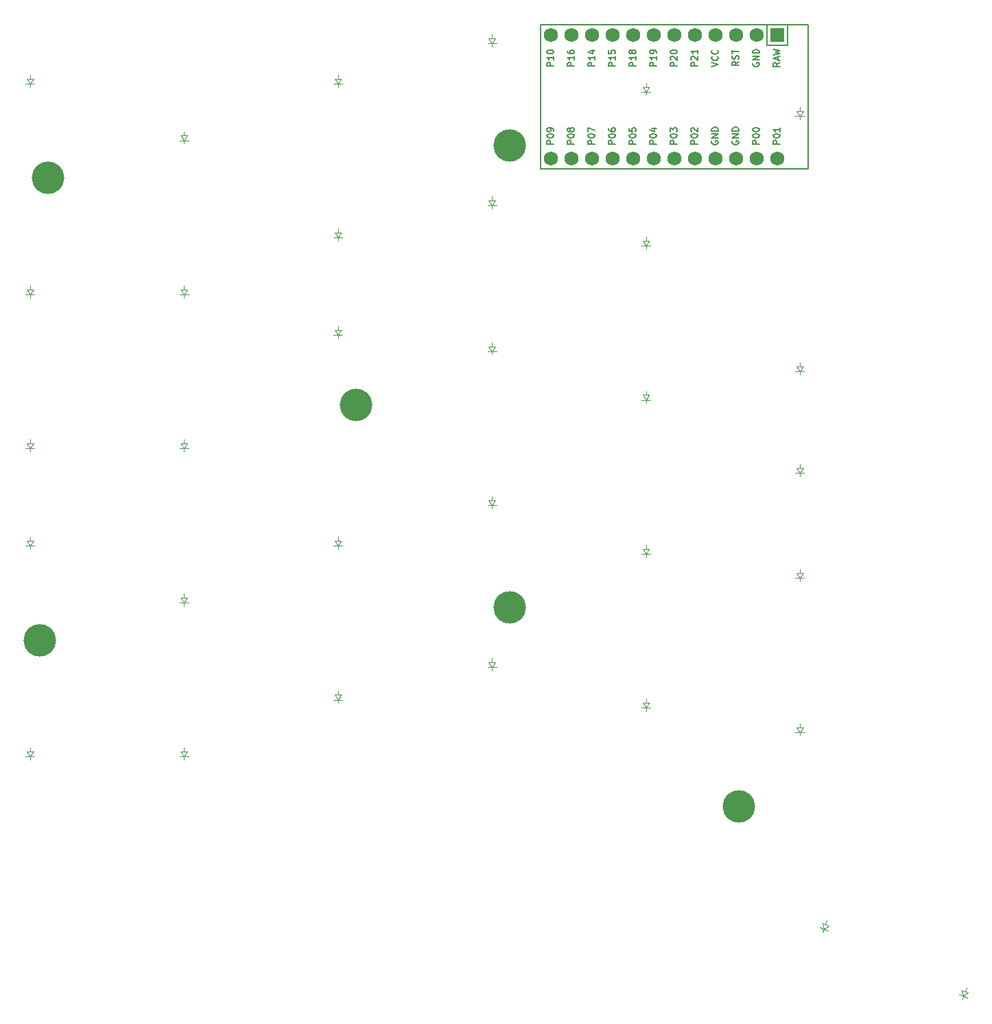
<source format=gto>
%TF.GenerationSoftware,KiCad,Pcbnew,9.0.6*%
%TF.CreationDate,2025-11-12T16:56:55+01:00*%
%TF.ProjectId,left_finished,6c656674-5f66-4696-9e69-736865642e6b,1*%
%TF.SameCoordinates,Original*%
%TF.FileFunction,Legend,Top*%
%TF.FilePolarity,Positive*%
%FSLAX46Y46*%
G04 Gerber Fmt 4.6, Leading zero omitted, Abs format (unit mm)*
G04 Created by KiCad (PCBNEW 9.0.6) date 2025-11-12 16:56:55*
%MOMM*%
%LPD*%
G01*
G04 APERTURE LIST*
%ADD10C,0.150000*%
%ADD11C,0.100000*%
%ADD12C,4.000000*%
%ADD13R,1.752600X1.752600*%
%ADD14C,1.752600*%
G04 APERTURE END LIST*
D10*
X236084345Y-102803678D02*
X235284345Y-102803678D01*
X235284345Y-102803678D02*
X235284345Y-102498916D01*
X235284345Y-102498916D02*
X235322440Y-102422726D01*
X235322440Y-102422726D02*
X235360535Y-102384631D01*
X235360535Y-102384631D02*
X235436726Y-102346535D01*
X235436726Y-102346535D02*
X235551011Y-102346535D01*
X235551011Y-102346535D02*
X235627202Y-102384631D01*
X235627202Y-102384631D02*
X235665297Y-102422726D01*
X235665297Y-102422726D02*
X235703392Y-102498916D01*
X235703392Y-102498916D02*
X235703392Y-102803678D01*
X236084345Y-101584631D02*
X236084345Y-102041774D01*
X236084345Y-101813202D02*
X235284345Y-101813202D01*
X235284345Y-101813202D02*
X235398630Y-101889393D01*
X235398630Y-101889393D02*
X235474821Y-101965583D01*
X235474821Y-101965583D02*
X235512916Y-102041774D01*
X235551011Y-100898916D02*
X236084345Y-100898916D01*
X235246250Y-101089392D02*
X235817678Y-101279869D01*
X235817678Y-101279869D02*
X235817678Y-100784630D01*
X246244345Y-112403678D02*
X245444345Y-112403678D01*
X245444345Y-112403678D02*
X245444345Y-112098916D01*
X245444345Y-112098916D02*
X245482440Y-112022726D01*
X245482440Y-112022726D02*
X245520535Y-111984631D01*
X245520535Y-111984631D02*
X245596726Y-111946535D01*
X245596726Y-111946535D02*
X245711011Y-111946535D01*
X245711011Y-111946535D02*
X245787202Y-111984631D01*
X245787202Y-111984631D02*
X245825297Y-112022726D01*
X245825297Y-112022726D02*
X245863392Y-112098916D01*
X245863392Y-112098916D02*
X245863392Y-112403678D01*
X245444345Y-111451297D02*
X245444345Y-111375107D01*
X245444345Y-111375107D02*
X245482440Y-111298916D01*
X245482440Y-111298916D02*
X245520535Y-111260821D01*
X245520535Y-111260821D02*
X245596726Y-111222726D01*
X245596726Y-111222726D02*
X245749107Y-111184631D01*
X245749107Y-111184631D02*
X245939583Y-111184631D01*
X245939583Y-111184631D02*
X246091964Y-111222726D01*
X246091964Y-111222726D02*
X246168154Y-111260821D01*
X246168154Y-111260821D02*
X246206250Y-111298916D01*
X246206250Y-111298916D02*
X246244345Y-111375107D01*
X246244345Y-111375107D02*
X246244345Y-111451297D01*
X246244345Y-111451297D02*
X246206250Y-111527488D01*
X246206250Y-111527488D02*
X246168154Y-111565583D01*
X246168154Y-111565583D02*
X246091964Y-111603678D01*
X246091964Y-111603678D02*
X245939583Y-111641774D01*
X245939583Y-111641774D02*
X245749107Y-111641774D01*
X245749107Y-111641774D02*
X245596726Y-111603678D01*
X245596726Y-111603678D02*
X245520535Y-111565583D01*
X245520535Y-111565583D02*
X245482440Y-111527488D01*
X245482440Y-111527488D02*
X245444345Y-111451297D01*
X245444345Y-110917964D02*
X245444345Y-110422726D01*
X245444345Y-110422726D02*
X245749107Y-110689392D01*
X245749107Y-110689392D02*
X245749107Y-110575107D01*
X245749107Y-110575107D02*
X245787202Y-110498916D01*
X245787202Y-110498916D02*
X245825297Y-110460821D01*
X245825297Y-110460821D02*
X245901488Y-110422726D01*
X245901488Y-110422726D02*
X246091964Y-110422726D01*
X246091964Y-110422726D02*
X246168154Y-110460821D01*
X246168154Y-110460821D02*
X246206250Y-110498916D01*
X246206250Y-110498916D02*
X246244345Y-110575107D01*
X246244345Y-110575107D02*
X246244345Y-110803678D01*
X246244345Y-110803678D02*
X246206250Y-110879869D01*
X246206250Y-110879869D02*
X246168154Y-110917964D01*
X248784345Y-112403678D02*
X247984345Y-112403678D01*
X247984345Y-112403678D02*
X247984345Y-112098916D01*
X247984345Y-112098916D02*
X248022440Y-112022726D01*
X248022440Y-112022726D02*
X248060535Y-111984631D01*
X248060535Y-111984631D02*
X248136726Y-111946535D01*
X248136726Y-111946535D02*
X248251011Y-111946535D01*
X248251011Y-111946535D02*
X248327202Y-111984631D01*
X248327202Y-111984631D02*
X248365297Y-112022726D01*
X248365297Y-112022726D02*
X248403392Y-112098916D01*
X248403392Y-112098916D02*
X248403392Y-112403678D01*
X247984345Y-111451297D02*
X247984345Y-111375107D01*
X247984345Y-111375107D02*
X248022440Y-111298916D01*
X248022440Y-111298916D02*
X248060535Y-111260821D01*
X248060535Y-111260821D02*
X248136726Y-111222726D01*
X248136726Y-111222726D02*
X248289107Y-111184631D01*
X248289107Y-111184631D02*
X248479583Y-111184631D01*
X248479583Y-111184631D02*
X248631964Y-111222726D01*
X248631964Y-111222726D02*
X248708154Y-111260821D01*
X248708154Y-111260821D02*
X248746250Y-111298916D01*
X248746250Y-111298916D02*
X248784345Y-111375107D01*
X248784345Y-111375107D02*
X248784345Y-111451297D01*
X248784345Y-111451297D02*
X248746250Y-111527488D01*
X248746250Y-111527488D02*
X248708154Y-111565583D01*
X248708154Y-111565583D02*
X248631964Y-111603678D01*
X248631964Y-111603678D02*
X248479583Y-111641774D01*
X248479583Y-111641774D02*
X248289107Y-111641774D01*
X248289107Y-111641774D02*
X248136726Y-111603678D01*
X248136726Y-111603678D02*
X248060535Y-111565583D01*
X248060535Y-111565583D02*
X248022440Y-111527488D01*
X248022440Y-111527488D02*
X247984345Y-111451297D01*
X248060535Y-110879869D02*
X248022440Y-110841773D01*
X248022440Y-110841773D02*
X247984345Y-110765583D01*
X247984345Y-110765583D02*
X247984345Y-110575107D01*
X247984345Y-110575107D02*
X248022440Y-110498916D01*
X248022440Y-110498916D02*
X248060535Y-110460821D01*
X248060535Y-110460821D02*
X248136726Y-110422726D01*
X248136726Y-110422726D02*
X248212916Y-110422726D01*
X248212916Y-110422726D02*
X248327202Y-110460821D01*
X248327202Y-110460821D02*
X248784345Y-110917964D01*
X248784345Y-110917964D02*
X248784345Y-110422726D01*
X231004345Y-102803678D02*
X230204345Y-102803678D01*
X230204345Y-102803678D02*
X230204345Y-102498916D01*
X230204345Y-102498916D02*
X230242440Y-102422726D01*
X230242440Y-102422726D02*
X230280535Y-102384631D01*
X230280535Y-102384631D02*
X230356726Y-102346535D01*
X230356726Y-102346535D02*
X230471011Y-102346535D01*
X230471011Y-102346535D02*
X230547202Y-102384631D01*
X230547202Y-102384631D02*
X230585297Y-102422726D01*
X230585297Y-102422726D02*
X230623392Y-102498916D01*
X230623392Y-102498916D02*
X230623392Y-102803678D01*
X231004345Y-101584631D02*
X231004345Y-102041774D01*
X231004345Y-101813202D02*
X230204345Y-101813202D01*
X230204345Y-101813202D02*
X230318630Y-101889393D01*
X230318630Y-101889393D02*
X230394821Y-101965583D01*
X230394821Y-101965583D02*
X230432916Y-102041774D01*
X230204345Y-101089392D02*
X230204345Y-101013202D01*
X230204345Y-101013202D02*
X230242440Y-100937011D01*
X230242440Y-100937011D02*
X230280535Y-100898916D01*
X230280535Y-100898916D02*
X230356726Y-100860821D01*
X230356726Y-100860821D02*
X230509107Y-100822726D01*
X230509107Y-100822726D02*
X230699583Y-100822726D01*
X230699583Y-100822726D02*
X230851964Y-100860821D01*
X230851964Y-100860821D02*
X230928154Y-100898916D01*
X230928154Y-100898916D02*
X230966250Y-100937011D01*
X230966250Y-100937011D02*
X231004345Y-101013202D01*
X231004345Y-101013202D02*
X231004345Y-101089392D01*
X231004345Y-101089392D02*
X230966250Y-101165583D01*
X230966250Y-101165583D02*
X230928154Y-101203678D01*
X230928154Y-101203678D02*
X230851964Y-101241773D01*
X230851964Y-101241773D02*
X230699583Y-101279869D01*
X230699583Y-101279869D02*
X230509107Y-101279869D01*
X230509107Y-101279869D02*
X230356726Y-101241773D01*
X230356726Y-101241773D02*
X230280535Y-101203678D01*
X230280535Y-101203678D02*
X230242440Y-101165583D01*
X230242440Y-101165583D02*
X230204345Y-101089392D01*
X258944345Y-102384630D02*
X258563392Y-102651297D01*
X258944345Y-102841773D02*
X258144345Y-102841773D01*
X258144345Y-102841773D02*
X258144345Y-102537011D01*
X258144345Y-102537011D02*
X258182440Y-102460821D01*
X258182440Y-102460821D02*
X258220535Y-102422726D01*
X258220535Y-102422726D02*
X258296726Y-102384630D01*
X258296726Y-102384630D02*
X258411011Y-102384630D01*
X258411011Y-102384630D02*
X258487202Y-102422726D01*
X258487202Y-102422726D02*
X258525297Y-102460821D01*
X258525297Y-102460821D02*
X258563392Y-102537011D01*
X258563392Y-102537011D02*
X258563392Y-102841773D01*
X258715773Y-102079869D02*
X258715773Y-101698916D01*
X258944345Y-102156059D02*
X258144345Y-101889392D01*
X258144345Y-101889392D02*
X258944345Y-101622726D01*
X258144345Y-101432250D02*
X258944345Y-101241774D01*
X258944345Y-101241774D02*
X258372916Y-101089393D01*
X258372916Y-101089393D02*
X258944345Y-100937012D01*
X258944345Y-100937012D02*
X258144345Y-100746536D01*
X231004345Y-112403678D02*
X230204345Y-112403678D01*
X230204345Y-112403678D02*
X230204345Y-112098916D01*
X230204345Y-112098916D02*
X230242440Y-112022726D01*
X230242440Y-112022726D02*
X230280535Y-111984631D01*
X230280535Y-111984631D02*
X230356726Y-111946535D01*
X230356726Y-111946535D02*
X230471011Y-111946535D01*
X230471011Y-111946535D02*
X230547202Y-111984631D01*
X230547202Y-111984631D02*
X230585297Y-112022726D01*
X230585297Y-112022726D02*
X230623392Y-112098916D01*
X230623392Y-112098916D02*
X230623392Y-112403678D01*
X230204345Y-111451297D02*
X230204345Y-111375107D01*
X230204345Y-111375107D02*
X230242440Y-111298916D01*
X230242440Y-111298916D02*
X230280535Y-111260821D01*
X230280535Y-111260821D02*
X230356726Y-111222726D01*
X230356726Y-111222726D02*
X230509107Y-111184631D01*
X230509107Y-111184631D02*
X230699583Y-111184631D01*
X230699583Y-111184631D02*
X230851964Y-111222726D01*
X230851964Y-111222726D02*
X230928154Y-111260821D01*
X230928154Y-111260821D02*
X230966250Y-111298916D01*
X230966250Y-111298916D02*
X231004345Y-111375107D01*
X231004345Y-111375107D02*
X231004345Y-111451297D01*
X231004345Y-111451297D02*
X230966250Y-111527488D01*
X230966250Y-111527488D02*
X230928154Y-111565583D01*
X230928154Y-111565583D02*
X230851964Y-111603678D01*
X230851964Y-111603678D02*
X230699583Y-111641774D01*
X230699583Y-111641774D02*
X230509107Y-111641774D01*
X230509107Y-111641774D02*
X230356726Y-111603678D01*
X230356726Y-111603678D02*
X230280535Y-111565583D01*
X230280535Y-111565583D02*
X230242440Y-111527488D01*
X230242440Y-111527488D02*
X230204345Y-111451297D01*
X231004345Y-110803678D02*
X231004345Y-110651297D01*
X231004345Y-110651297D02*
X230966250Y-110575107D01*
X230966250Y-110575107D02*
X230928154Y-110537011D01*
X230928154Y-110537011D02*
X230813869Y-110460821D01*
X230813869Y-110460821D02*
X230661488Y-110422726D01*
X230661488Y-110422726D02*
X230356726Y-110422726D01*
X230356726Y-110422726D02*
X230280535Y-110460821D01*
X230280535Y-110460821D02*
X230242440Y-110498916D01*
X230242440Y-110498916D02*
X230204345Y-110575107D01*
X230204345Y-110575107D02*
X230204345Y-110727488D01*
X230204345Y-110727488D02*
X230242440Y-110803678D01*
X230242440Y-110803678D02*
X230280535Y-110841773D01*
X230280535Y-110841773D02*
X230356726Y-110879869D01*
X230356726Y-110879869D02*
X230547202Y-110879869D01*
X230547202Y-110879869D02*
X230623392Y-110841773D01*
X230623392Y-110841773D02*
X230661488Y-110803678D01*
X230661488Y-110803678D02*
X230699583Y-110727488D01*
X230699583Y-110727488D02*
X230699583Y-110575107D01*
X230699583Y-110575107D02*
X230661488Y-110498916D01*
X230661488Y-110498916D02*
X230623392Y-110460821D01*
X230623392Y-110460821D02*
X230547202Y-110422726D01*
X258944345Y-112403678D02*
X258144345Y-112403678D01*
X258144345Y-112403678D02*
X258144345Y-112098916D01*
X258144345Y-112098916D02*
X258182440Y-112022726D01*
X258182440Y-112022726D02*
X258220535Y-111984631D01*
X258220535Y-111984631D02*
X258296726Y-111946535D01*
X258296726Y-111946535D02*
X258411011Y-111946535D01*
X258411011Y-111946535D02*
X258487202Y-111984631D01*
X258487202Y-111984631D02*
X258525297Y-112022726D01*
X258525297Y-112022726D02*
X258563392Y-112098916D01*
X258563392Y-112098916D02*
X258563392Y-112403678D01*
X258144345Y-111451297D02*
X258144345Y-111375107D01*
X258144345Y-111375107D02*
X258182440Y-111298916D01*
X258182440Y-111298916D02*
X258220535Y-111260821D01*
X258220535Y-111260821D02*
X258296726Y-111222726D01*
X258296726Y-111222726D02*
X258449107Y-111184631D01*
X258449107Y-111184631D02*
X258639583Y-111184631D01*
X258639583Y-111184631D02*
X258791964Y-111222726D01*
X258791964Y-111222726D02*
X258868154Y-111260821D01*
X258868154Y-111260821D02*
X258906250Y-111298916D01*
X258906250Y-111298916D02*
X258944345Y-111375107D01*
X258944345Y-111375107D02*
X258944345Y-111451297D01*
X258944345Y-111451297D02*
X258906250Y-111527488D01*
X258906250Y-111527488D02*
X258868154Y-111565583D01*
X258868154Y-111565583D02*
X258791964Y-111603678D01*
X258791964Y-111603678D02*
X258639583Y-111641774D01*
X258639583Y-111641774D02*
X258449107Y-111641774D01*
X258449107Y-111641774D02*
X258296726Y-111603678D01*
X258296726Y-111603678D02*
X258220535Y-111565583D01*
X258220535Y-111565583D02*
X258182440Y-111527488D01*
X258182440Y-111527488D02*
X258144345Y-111451297D01*
X258944345Y-110422726D02*
X258944345Y-110879869D01*
X258944345Y-110651297D02*
X258144345Y-110651297D01*
X258144345Y-110651297D02*
X258258630Y-110727488D01*
X258258630Y-110727488D02*
X258334821Y-110803678D01*
X258334821Y-110803678D02*
X258372916Y-110879869D01*
X255642440Y-102441773D02*
X255604345Y-102517963D01*
X255604345Y-102517963D02*
X255604345Y-102632249D01*
X255604345Y-102632249D02*
X255642440Y-102746535D01*
X255642440Y-102746535D02*
X255718630Y-102822725D01*
X255718630Y-102822725D02*
X255794821Y-102860820D01*
X255794821Y-102860820D02*
X255947202Y-102898916D01*
X255947202Y-102898916D02*
X256061488Y-102898916D01*
X256061488Y-102898916D02*
X256213869Y-102860820D01*
X256213869Y-102860820D02*
X256290059Y-102822725D01*
X256290059Y-102822725D02*
X256366250Y-102746535D01*
X256366250Y-102746535D02*
X256404345Y-102632249D01*
X256404345Y-102632249D02*
X256404345Y-102556058D01*
X256404345Y-102556058D02*
X256366250Y-102441773D01*
X256366250Y-102441773D02*
X256328154Y-102403677D01*
X256328154Y-102403677D02*
X256061488Y-102403677D01*
X256061488Y-102403677D02*
X256061488Y-102556058D01*
X256404345Y-102060820D02*
X255604345Y-102060820D01*
X255604345Y-102060820D02*
X256404345Y-101603677D01*
X256404345Y-101603677D02*
X255604345Y-101603677D01*
X256404345Y-101222725D02*
X255604345Y-101222725D01*
X255604345Y-101222725D02*
X255604345Y-101032249D01*
X255604345Y-101032249D02*
X255642440Y-100917963D01*
X255642440Y-100917963D02*
X255718630Y-100841773D01*
X255718630Y-100841773D02*
X255794821Y-100803678D01*
X255794821Y-100803678D02*
X255947202Y-100765582D01*
X255947202Y-100765582D02*
X256061488Y-100765582D01*
X256061488Y-100765582D02*
X256213869Y-100803678D01*
X256213869Y-100803678D02*
X256290059Y-100841773D01*
X256290059Y-100841773D02*
X256366250Y-100917963D01*
X256366250Y-100917963D02*
X256404345Y-101032249D01*
X256404345Y-101032249D02*
X256404345Y-101222725D01*
X241164345Y-112403678D02*
X240364345Y-112403678D01*
X240364345Y-112403678D02*
X240364345Y-112098916D01*
X240364345Y-112098916D02*
X240402440Y-112022726D01*
X240402440Y-112022726D02*
X240440535Y-111984631D01*
X240440535Y-111984631D02*
X240516726Y-111946535D01*
X240516726Y-111946535D02*
X240631011Y-111946535D01*
X240631011Y-111946535D02*
X240707202Y-111984631D01*
X240707202Y-111984631D02*
X240745297Y-112022726D01*
X240745297Y-112022726D02*
X240783392Y-112098916D01*
X240783392Y-112098916D02*
X240783392Y-112403678D01*
X240364345Y-111451297D02*
X240364345Y-111375107D01*
X240364345Y-111375107D02*
X240402440Y-111298916D01*
X240402440Y-111298916D02*
X240440535Y-111260821D01*
X240440535Y-111260821D02*
X240516726Y-111222726D01*
X240516726Y-111222726D02*
X240669107Y-111184631D01*
X240669107Y-111184631D02*
X240859583Y-111184631D01*
X240859583Y-111184631D02*
X241011964Y-111222726D01*
X241011964Y-111222726D02*
X241088154Y-111260821D01*
X241088154Y-111260821D02*
X241126250Y-111298916D01*
X241126250Y-111298916D02*
X241164345Y-111375107D01*
X241164345Y-111375107D02*
X241164345Y-111451297D01*
X241164345Y-111451297D02*
X241126250Y-111527488D01*
X241126250Y-111527488D02*
X241088154Y-111565583D01*
X241088154Y-111565583D02*
X241011964Y-111603678D01*
X241011964Y-111603678D02*
X240859583Y-111641774D01*
X240859583Y-111641774D02*
X240669107Y-111641774D01*
X240669107Y-111641774D02*
X240516726Y-111603678D01*
X240516726Y-111603678D02*
X240440535Y-111565583D01*
X240440535Y-111565583D02*
X240402440Y-111527488D01*
X240402440Y-111527488D02*
X240364345Y-111451297D01*
X240364345Y-110460821D02*
X240364345Y-110841773D01*
X240364345Y-110841773D02*
X240745297Y-110879869D01*
X240745297Y-110879869D02*
X240707202Y-110841773D01*
X240707202Y-110841773D02*
X240669107Y-110765583D01*
X240669107Y-110765583D02*
X240669107Y-110575107D01*
X240669107Y-110575107D02*
X240707202Y-110498916D01*
X240707202Y-110498916D02*
X240745297Y-110460821D01*
X240745297Y-110460821D02*
X240821488Y-110422726D01*
X240821488Y-110422726D02*
X241011964Y-110422726D01*
X241011964Y-110422726D02*
X241088154Y-110460821D01*
X241088154Y-110460821D02*
X241126250Y-110498916D01*
X241126250Y-110498916D02*
X241164345Y-110575107D01*
X241164345Y-110575107D02*
X241164345Y-110765583D01*
X241164345Y-110765583D02*
X241126250Y-110841773D01*
X241126250Y-110841773D02*
X241088154Y-110879869D01*
X253102440Y-112041773D02*
X253064345Y-112117963D01*
X253064345Y-112117963D02*
X253064345Y-112232249D01*
X253064345Y-112232249D02*
X253102440Y-112346535D01*
X253102440Y-112346535D02*
X253178630Y-112422725D01*
X253178630Y-112422725D02*
X253254821Y-112460820D01*
X253254821Y-112460820D02*
X253407202Y-112498916D01*
X253407202Y-112498916D02*
X253521488Y-112498916D01*
X253521488Y-112498916D02*
X253673869Y-112460820D01*
X253673869Y-112460820D02*
X253750059Y-112422725D01*
X253750059Y-112422725D02*
X253826250Y-112346535D01*
X253826250Y-112346535D02*
X253864345Y-112232249D01*
X253864345Y-112232249D02*
X253864345Y-112156058D01*
X253864345Y-112156058D02*
X253826250Y-112041773D01*
X253826250Y-112041773D02*
X253788154Y-112003677D01*
X253788154Y-112003677D02*
X253521488Y-112003677D01*
X253521488Y-112003677D02*
X253521488Y-112156058D01*
X253864345Y-111660820D02*
X253064345Y-111660820D01*
X253064345Y-111660820D02*
X253864345Y-111203677D01*
X253864345Y-111203677D02*
X253064345Y-111203677D01*
X253864345Y-110822725D02*
X253064345Y-110822725D01*
X253064345Y-110822725D02*
X253064345Y-110632249D01*
X253064345Y-110632249D02*
X253102440Y-110517963D01*
X253102440Y-110517963D02*
X253178630Y-110441773D01*
X253178630Y-110441773D02*
X253254821Y-110403678D01*
X253254821Y-110403678D02*
X253407202Y-110365582D01*
X253407202Y-110365582D02*
X253521488Y-110365582D01*
X253521488Y-110365582D02*
X253673869Y-110403678D01*
X253673869Y-110403678D02*
X253750059Y-110441773D01*
X253750059Y-110441773D02*
X253826250Y-110517963D01*
X253826250Y-110517963D02*
X253864345Y-110632249D01*
X253864345Y-110632249D02*
X253864345Y-110822725D01*
X246244345Y-102803678D02*
X245444345Y-102803678D01*
X245444345Y-102803678D02*
X245444345Y-102498916D01*
X245444345Y-102498916D02*
X245482440Y-102422726D01*
X245482440Y-102422726D02*
X245520535Y-102384631D01*
X245520535Y-102384631D02*
X245596726Y-102346535D01*
X245596726Y-102346535D02*
X245711011Y-102346535D01*
X245711011Y-102346535D02*
X245787202Y-102384631D01*
X245787202Y-102384631D02*
X245825297Y-102422726D01*
X245825297Y-102422726D02*
X245863392Y-102498916D01*
X245863392Y-102498916D02*
X245863392Y-102803678D01*
X245520535Y-102041774D02*
X245482440Y-102003678D01*
X245482440Y-102003678D02*
X245444345Y-101927488D01*
X245444345Y-101927488D02*
X245444345Y-101737012D01*
X245444345Y-101737012D02*
X245482440Y-101660821D01*
X245482440Y-101660821D02*
X245520535Y-101622726D01*
X245520535Y-101622726D02*
X245596726Y-101584631D01*
X245596726Y-101584631D02*
X245672916Y-101584631D01*
X245672916Y-101584631D02*
X245787202Y-101622726D01*
X245787202Y-101622726D02*
X246244345Y-102079869D01*
X246244345Y-102079869D02*
X246244345Y-101584631D01*
X245444345Y-101089392D02*
X245444345Y-101013202D01*
X245444345Y-101013202D02*
X245482440Y-100937011D01*
X245482440Y-100937011D02*
X245520535Y-100898916D01*
X245520535Y-100898916D02*
X245596726Y-100860821D01*
X245596726Y-100860821D02*
X245749107Y-100822726D01*
X245749107Y-100822726D02*
X245939583Y-100822726D01*
X245939583Y-100822726D02*
X246091964Y-100860821D01*
X246091964Y-100860821D02*
X246168154Y-100898916D01*
X246168154Y-100898916D02*
X246206250Y-100937011D01*
X246206250Y-100937011D02*
X246244345Y-101013202D01*
X246244345Y-101013202D02*
X246244345Y-101089392D01*
X246244345Y-101089392D02*
X246206250Y-101165583D01*
X246206250Y-101165583D02*
X246168154Y-101203678D01*
X246168154Y-101203678D02*
X246091964Y-101241773D01*
X246091964Y-101241773D02*
X245939583Y-101279869D01*
X245939583Y-101279869D02*
X245749107Y-101279869D01*
X245749107Y-101279869D02*
X245596726Y-101241773D01*
X245596726Y-101241773D02*
X245520535Y-101203678D01*
X245520535Y-101203678D02*
X245482440Y-101165583D01*
X245482440Y-101165583D02*
X245444345Y-101089392D01*
X243704345Y-112403678D02*
X242904345Y-112403678D01*
X242904345Y-112403678D02*
X242904345Y-112098916D01*
X242904345Y-112098916D02*
X242942440Y-112022726D01*
X242942440Y-112022726D02*
X242980535Y-111984631D01*
X242980535Y-111984631D02*
X243056726Y-111946535D01*
X243056726Y-111946535D02*
X243171011Y-111946535D01*
X243171011Y-111946535D02*
X243247202Y-111984631D01*
X243247202Y-111984631D02*
X243285297Y-112022726D01*
X243285297Y-112022726D02*
X243323392Y-112098916D01*
X243323392Y-112098916D02*
X243323392Y-112403678D01*
X242904345Y-111451297D02*
X242904345Y-111375107D01*
X242904345Y-111375107D02*
X242942440Y-111298916D01*
X242942440Y-111298916D02*
X242980535Y-111260821D01*
X242980535Y-111260821D02*
X243056726Y-111222726D01*
X243056726Y-111222726D02*
X243209107Y-111184631D01*
X243209107Y-111184631D02*
X243399583Y-111184631D01*
X243399583Y-111184631D02*
X243551964Y-111222726D01*
X243551964Y-111222726D02*
X243628154Y-111260821D01*
X243628154Y-111260821D02*
X243666250Y-111298916D01*
X243666250Y-111298916D02*
X243704345Y-111375107D01*
X243704345Y-111375107D02*
X243704345Y-111451297D01*
X243704345Y-111451297D02*
X243666250Y-111527488D01*
X243666250Y-111527488D02*
X243628154Y-111565583D01*
X243628154Y-111565583D02*
X243551964Y-111603678D01*
X243551964Y-111603678D02*
X243399583Y-111641774D01*
X243399583Y-111641774D02*
X243209107Y-111641774D01*
X243209107Y-111641774D02*
X243056726Y-111603678D01*
X243056726Y-111603678D02*
X242980535Y-111565583D01*
X242980535Y-111565583D02*
X242942440Y-111527488D01*
X242942440Y-111527488D02*
X242904345Y-111451297D01*
X243171011Y-110498916D02*
X243704345Y-110498916D01*
X242866250Y-110689392D02*
X243437678Y-110879869D01*
X243437678Y-110879869D02*
X243437678Y-110384630D01*
X243704345Y-102803678D02*
X242904345Y-102803678D01*
X242904345Y-102803678D02*
X242904345Y-102498916D01*
X242904345Y-102498916D02*
X242942440Y-102422726D01*
X242942440Y-102422726D02*
X242980535Y-102384631D01*
X242980535Y-102384631D02*
X243056726Y-102346535D01*
X243056726Y-102346535D02*
X243171011Y-102346535D01*
X243171011Y-102346535D02*
X243247202Y-102384631D01*
X243247202Y-102384631D02*
X243285297Y-102422726D01*
X243285297Y-102422726D02*
X243323392Y-102498916D01*
X243323392Y-102498916D02*
X243323392Y-102803678D01*
X243704345Y-101584631D02*
X243704345Y-102041774D01*
X243704345Y-101813202D02*
X242904345Y-101813202D01*
X242904345Y-101813202D02*
X243018630Y-101889393D01*
X243018630Y-101889393D02*
X243094821Y-101965583D01*
X243094821Y-101965583D02*
X243132916Y-102041774D01*
X243704345Y-101203678D02*
X243704345Y-101051297D01*
X243704345Y-101051297D02*
X243666250Y-100975107D01*
X243666250Y-100975107D02*
X243628154Y-100937011D01*
X243628154Y-100937011D02*
X243513869Y-100860821D01*
X243513869Y-100860821D02*
X243361488Y-100822726D01*
X243361488Y-100822726D02*
X243056726Y-100822726D01*
X243056726Y-100822726D02*
X242980535Y-100860821D01*
X242980535Y-100860821D02*
X242942440Y-100898916D01*
X242942440Y-100898916D02*
X242904345Y-100975107D01*
X242904345Y-100975107D02*
X242904345Y-101127488D01*
X242904345Y-101127488D02*
X242942440Y-101203678D01*
X242942440Y-101203678D02*
X242980535Y-101241773D01*
X242980535Y-101241773D02*
X243056726Y-101279869D01*
X243056726Y-101279869D02*
X243247202Y-101279869D01*
X243247202Y-101279869D02*
X243323392Y-101241773D01*
X243323392Y-101241773D02*
X243361488Y-101203678D01*
X243361488Y-101203678D02*
X243399583Y-101127488D01*
X243399583Y-101127488D02*
X243399583Y-100975107D01*
X243399583Y-100975107D02*
X243361488Y-100898916D01*
X243361488Y-100898916D02*
X243323392Y-100860821D01*
X243323392Y-100860821D02*
X243247202Y-100822726D01*
X238624345Y-112403678D02*
X237824345Y-112403678D01*
X237824345Y-112403678D02*
X237824345Y-112098916D01*
X237824345Y-112098916D02*
X237862440Y-112022726D01*
X237862440Y-112022726D02*
X237900535Y-111984631D01*
X237900535Y-111984631D02*
X237976726Y-111946535D01*
X237976726Y-111946535D02*
X238091011Y-111946535D01*
X238091011Y-111946535D02*
X238167202Y-111984631D01*
X238167202Y-111984631D02*
X238205297Y-112022726D01*
X238205297Y-112022726D02*
X238243392Y-112098916D01*
X238243392Y-112098916D02*
X238243392Y-112403678D01*
X237824345Y-111451297D02*
X237824345Y-111375107D01*
X237824345Y-111375107D02*
X237862440Y-111298916D01*
X237862440Y-111298916D02*
X237900535Y-111260821D01*
X237900535Y-111260821D02*
X237976726Y-111222726D01*
X237976726Y-111222726D02*
X238129107Y-111184631D01*
X238129107Y-111184631D02*
X238319583Y-111184631D01*
X238319583Y-111184631D02*
X238471964Y-111222726D01*
X238471964Y-111222726D02*
X238548154Y-111260821D01*
X238548154Y-111260821D02*
X238586250Y-111298916D01*
X238586250Y-111298916D02*
X238624345Y-111375107D01*
X238624345Y-111375107D02*
X238624345Y-111451297D01*
X238624345Y-111451297D02*
X238586250Y-111527488D01*
X238586250Y-111527488D02*
X238548154Y-111565583D01*
X238548154Y-111565583D02*
X238471964Y-111603678D01*
X238471964Y-111603678D02*
X238319583Y-111641774D01*
X238319583Y-111641774D02*
X238129107Y-111641774D01*
X238129107Y-111641774D02*
X237976726Y-111603678D01*
X237976726Y-111603678D02*
X237900535Y-111565583D01*
X237900535Y-111565583D02*
X237862440Y-111527488D01*
X237862440Y-111527488D02*
X237824345Y-111451297D01*
X237824345Y-110498916D02*
X237824345Y-110651297D01*
X237824345Y-110651297D02*
X237862440Y-110727488D01*
X237862440Y-110727488D02*
X237900535Y-110765583D01*
X237900535Y-110765583D02*
X238014821Y-110841773D01*
X238014821Y-110841773D02*
X238167202Y-110879869D01*
X238167202Y-110879869D02*
X238471964Y-110879869D01*
X238471964Y-110879869D02*
X238548154Y-110841773D01*
X238548154Y-110841773D02*
X238586250Y-110803678D01*
X238586250Y-110803678D02*
X238624345Y-110727488D01*
X238624345Y-110727488D02*
X238624345Y-110575107D01*
X238624345Y-110575107D02*
X238586250Y-110498916D01*
X238586250Y-110498916D02*
X238548154Y-110460821D01*
X238548154Y-110460821D02*
X238471964Y-110422726D01*
X238471964Y-110422726D02*
X238281488Y-110422726D01*
X238281488Y-110422726D02*
X238205297Y-110460821D01*
X238205297Y-110460821D02*
X238167202Y-110498916D01*
X238167202Y-110498916D02*
X238129107Y-110575107D01*
X238129107Y-110575107D02*
X238129107Y-110727488D01*
X238129107Y-110727488D02*
X238167202Y-110803678D01*
X238167202Y-110803678D02*
X238205297Y-110841773D01*
X238205297Y-110841773D02*
X238281488Y-110879869D01*
X256404345Y-112403678D02*
X255604345Y-112403678D01*
X255604345Y-112403678D02*
X255604345Y-112098916D01*
X255604345Y-112098916D02*
X255642440Y-112022726D01*
X255642440Y-112022726D02*
X255680535Y-111984631D01*
X255680535Y-111984631D02*
X255756726Y-111946535D01*
X255756726Y-111946535D02*
X255871011Y-111946535D01*
X255871011Y-111946535D02*
X255947202Y-111984631D01*
X255947202Y-111984631D02*
X255985297Y-112022726D01*
X255985297Y-112022726D02*
X256023392Y-112098916D01*
X256023392Y-112098916D02*
X256023392Y-112403678D01*
X255604345Y-111451297D02*
X255604345Y-111375107D01*
X255604345Y-111375107D02*
X255642440Y-111298916D01*
X255642440Y-111298916D02*
X255680535Y-111260821D01*
X255680535Y-111260821D02*
X255756726Y-111222726D01*
X255756726Y-111222726D02*
X255909107Y-111184631D01*
X255909107Y-111184631D02*
X256099583Y-111184631D01*
X256099583Y-111184631D02*
X256251964Y-111222726D01*
X256251964Y-111222726D02*
X256328154Y-111260821D01*
X256328154Y-111260821D02*
X256366250Y-111298916D01*
X256366250Y-111298916D02*
X256404345Y-111375107D01*
X256404345Y-111375107D02*
X256404345Y-111451297D01*
X256404345Y-111451297D02*
X256366250Y-111527488D01*
X256366250Y-111527488D02*
X256328154Y-111565583D01*
X256328154Y-111565583D02*
X256251964Y-111603678D01*
X256251964Y-111603678D02*
X256099583Y-111641774D01*
X256099583Y-111641774D02*
X255909107Y-111641774D01*
X255909107Y-111641774D02*
X255756726Y-111603678D01*
X255756726Y-111603678D02*
X255680535Y-111565583D01*
X255680535Y-111565583D02*
X255642440Y-111527488D01*
X255642440Y-111527488D02*
X255604345Y-111451297D01*
X255604345Y-110689392D02*
X255604345Y-110613202D01*
X255604345Y-110613202D02*
X255642440Y-110537011D01*
X255642440Y-110537011D02*
X255680535Y-110498916D01*
X255680535Y-110498916D02*
X255756726Y-110460821D01*
X255756726Y-110460821D02*
X255909107Y-110422726D01*
X255909107Y-110422726D02*
X256099583Y-110422726D01*
X256099583Y-110422726D02*
X256251964Y-110460821D01*
X256251964Y-110460821D02*
X256328154Y-110498916D01*
X256328154Y-110498916D02*
X256366250Y-110537011D01*
X256366250Y-110537011D02*
X256404345Y-110613202D01*
X256404345Y-110613202D02*
X256404345Y-110689392D01*
X256404345Y-110689392D02*
X256366250Y-110765583D01*
X256366250Y-110765583D02*
X256328154Y-110803678D01*
X256328154Y-110803678D02*
X256251964Y-110841773D01*
X256251964Y-110841773D02*
X256099583Y-110879869D01*
X256099583Y-110879869D02*
X255909107Y-110879869D01*
X255909107Y-110879869D02*
X255756726Y-110841773D01*
X255756726Y-110841773D02*
X255680535Y-110803678D01*
X255680535Y-110803678D02*
X255642440Y-110765583D01*
X255642440Y-110765583D02*
X255604345Y-110689392D01*
X241164345Y-102803678D02*
X240364345Y-102803678D01*
X240364345Y-102803678D02*
X240364345Y-102498916D01*
X240364345Y-102498916D02*
X240402440Y-102422726D01*
X240402440Y-102422726D02*
X240440535Y-102384631D01*
X240440535Y-102384631D02*
X240516726Y-102346535D01*
X240516726Y-102346535D02*
X240631011Y-102346535D01*
X240631011Y-102346535D02*
X240707202Y-102384631D01*
X240707202Y-102384631D02*
X240745297Y-102422726D01*
X240745297Y-102422726D02*
X240783392Y-102498916D01*
X240783392Y-102498916D02*
X240783392Y-102803678D01*
X241164345Y-101584631D02*
X241164345Y-102041774D01*
X241164345Y-101813202D02*
X240364345Y-101813202D01*
X240364345Y-101813202D02*
X240478630Y-101889393D01*
X240478630Y-101889393D02*
X240554821Y-101965583D01*
X240554821Y-101965583D02*
X240592916Y-102041774D01*
X240707202Y-101127488D02*
X240669107Y-101203678D01*
X240669107Y-101203678D02*
X240631011Y-101241773D01*
X240631011Y-101241773D02*
X240554821Y-101279869D01*
X240554821Y-101279869D02*
X240516726Y-101279869D01*
X240516726Y-101279869D02*
X240440535Y-101241773D01*
X240440535Y-101241773D02*
X240402440Y-101203678D01*
X240402440Y-101203678D02*
X240364345Y-101127488D01*
X240364345Y-101127488D02*
X240364345Y-100975107D01*
X240364345Y-100975107D02*
X240402440Y-100898916D01*
X240402440Y-100898916D02*
X240440535Y-100860821D01*
X240440535Y-100860821D02*
X240516726Y-100822726D01*
X240516726Y-100822726D02*
X240554821Y-100822726D01*
X240554821Y-100822726D02*
X240631011Y-100860821D01*
X240631011Y-100860821D02*
X240669107Y-100898916D01*
X240669107Y-100898916D02*
X240707202Y-100975107D01*
X240707202Y-100975107D02*
X240707202Y-101127488D01*
X240707202Y-101127488D02*
X240745297Y-101203678D01*
X240745297Y-101203678D02*
X240783392Y-101241773D01*
X240783392Y-101241773D02*
X240859583Y-101279869D01*
X240859583Y-101279869D02*
X241011964Y-101279869D01*
X241011964Y-101279869D02*
X241088154Y-101241773D01*
X241088154Y-101241773D02*
X241126250Y-101203678D01*
X241126250Y-101203678D02*
X241164345Y-101127488D01*
X241164345Y-101127488D02*
X241164345Y-100975107D01*
X241164345Y-100975107D02*
X241126250Y-100898916D01*
X241126250Y-100898916D02*
X241088154Y-100860821D01*
X241088154Y-100860821D02*
X241011964Y-100822726D01*
X241011964Y-100822726D02*
X240859583Y-100822726D01*
X240859583Y-100822726D02*
X240783392Y-100860821D01*
X240783392Y-100860821D02*
X240745297Y-100898916D01*
X240745297Y-100898916D02*
X240707202Y-100975107D01*
X250562440Y-112041773D02*
X250524345Y-112117963D01*
X250524345Y-112117963D02*
X250524345Y-112232249D01*
X250524345Y-112232249D02*
X250562440Y-112346535D01*
X250562440Y-112346535D02*
X250638630Y-112422725D01*
X250638630Y-112422725D02*
X250714821Y-112460820D01*
X250714821Y-112460820D02*
X250867202Y-112498916D01*
X250867202Y-112498916D02*
X250981488Y-112498916D01*
X250981488Y-112498916D02*
X251133869Y-112460820D01*
X251133869Y-112460820D02*
X251210059Y-112422725D01*
X251210059Y-112422725D02*
X251286250Y-112346535D01*
X251286250Y-112346535D02*
X251324345Y-112232249D01*
X251324345Y-112232249D02*
X251324345Y-112156058D01*
X251324345Y-112156058D02*
X251286250Y-112041773D01*
X251286250Y-112041773D02*
X251248154Y-112003677D01*
X251248154Y-112003677D02*
X250981488Y-112003677D01*
X250981488Y-112003677D02*
X250981488Y-112156058D01*
X251324345Y-111660820D02*
X250524345Y-111660820D01*
X250524345Y-111660820D02*
X251324345Y-111203677D01*
X251324345Y-111203677D02*
X250524345Y-111203677D01*
X251324345Y-110822725D02*
X250524345Y-110822725D01*
X250524345Y-110822725D02*
X250524345Y-110632249D01*
X250524345Y-110632249D02*
X250562440Y-110517963D01*
X250562440Y-110517963D02*
X250638630Y-110441773D01*
X250638630Y-110441773D02*
X250714821Y-110403678D01*
X250714821Y-110403678D02*
X250867202Y-110365582D01*
X250867202Y-110365582D02*
X250981488Y-110365582D01*
X250981488Y-110365582D02*
X251133869Y-110403678D01*
X251133869Y-110403678D02*
X251210059Y-110441773D01*
X251210059Y-110441773D02*
X251286250Y-110517963D01*
X251286250Y-110517963D02*
X251324345Y-110632249D01*
X251324345Y-110632249D02*
X251324345Y-110822725D01*
X233544345Y-112403678D02*
X232744345Y-112403678D01*
X232744345Y-112403678D02*
X232744345Y-112098916D01*
X232744345Y-112098916D02*
X232782440Y-112022726D01*
X232782440Y-112022726D02*
X232820535Y-111984631D01*
X232820535Y-111984631D02*
X232896726Y-111946535D01*
X232896726Y-111946535D02*
X233011011Y-111946535D01*
X233011011Y-111946535D02*
X233087202Y-111984631D01*
X233087202Y-111984631D02*
X233125297Y-112022726D01*
X233125297Y-112022726D02*
X233163392Y-112098916D01*
X233163392Y-112098916D02*
X233163392Y-112403678D01*
X232744345Y-111451297D02*
X232744345Y-111375107D01*
X232744345Y-111375107D02*
X232782440Y-111298916D01*
X232782440Y-111298916D02*
X232820535Y-111260821D01*
X232820535Y-111260821D02*
X232896726Y-111222726D01*
X232896726Y-111222726D02*
X233049107Y-111184631D01*
X233049107Y-111184631D02*
X233239583Y-111184631D01*
X233239583Y-111184631D02*
X233391964Y-111222726D01*
X233391964Y-111222726D02*
X233468154Y-111260821D01*
X233468154Y-111260821D02*
X233506250Y-111298916D01*
X233506250Y-111298916D02*
X233544345Y-111375107D01*
X233544345Y-111375107D02*
X233544345Y-111451297D01*
X233544345Y-111451297D02*
X233506250Y-111527488D01*
X233506250Y-111527488D02*
X233468154Y-111565583D01*
X233468154Y-111565583D02*
X233391964Y-111603678D01*
X233391964Y-111603678D02*
X233239583Y-111641774D01*
X233239583Y-111641774D02*
X233049107Y-111641774D01*
X233049107Y-111641774D02*
X232896726Y-111603678D01*
X232896726Y-111603678D02*
X232820535Y-111565583D01*
X232820535Y-111565583D02*
X232782440Y-111527488D01*
X232782440Y-111527488D02*
X232744345Y-111451297D01*
X233087202Y-110727488D02*
X233049107Y-110803678D01*
X233049107Y-110803678D02*
X233011011Y-110841773D01*
X233011011Y-110841773D02*
X232934821Y-110879869D01*
X232934821Y-110879869D02*
X232896726Y-110879869D01*
X232896726Y-110879869D02*
X232820535Y-110841773D01*
X232820535Y-110841773D02*
X232782440Y-110803678D01*
X232782440Y-110803678D02*
X232744345Y-110727488D01*
X232744345Y-110727488D02*
X232744345Y-110575107D01*
X232744345Y-110575107D02*
X232782440Y-110498916D01*
X232782440Y-110498916D02*
X232820535Y-110460821D01*
X232820535Y-110460821D02*
X232896726Y-110422726D01*
X232896726Y-110422726D02*
X232934821Y-110422726D01*
X232934821Y-110422726D02*
X233011011Y-110460821D01*
X233011011Y-110460821D02*
X233049107Y-110498916D01*
X233049107Y-110498916D02*
X233087202Y-110575107D01*
X233087202Y-110575107D02*
X233087202Y-110727488D01*
X233087202Y-110727488D02*
X233125297Y-110803678D01*
X233125297Y-110803678D02*
X233163392Y-110841773D01*
X233163392Y-110841773D02*
X233239583Y-110879869D01*
X233239583Y-110879869D02*
X233391964Y-110879869D01*
X233391964Y-110879869D02*
X233468154Y-110841773D01*
X233468154Y-110841773D02*
X233506250Y-110803678D01*
X233506250Y-110803678D02*
X233544345Y-110727488D01*
X233544345Y-110727488D02*
X233544345Y-110575107D01*
X233544345Y-110575107D02*
X233506250Y-110498916D01*
X233506250Y-110498916D02*
X233468154Y-110460821D01*
X233468154Y-110460821D02*
X233391964Y-110422726D01*
X233391964Y-110422726D02*
X233239583Y-110422726D01*
X233239583Y-110422726D02*
X233163392Y-110460821D01*
X233163392Y-110460821D02*
X233125297Y-110498916D01*
X233125297Y-110498916D02*
X233087202Y-110575107D01*
X238624345Y-102803678D02*
X237824345Y-102803678D01*
X237824345Y-102803678D02*
X237824345Y-102498916D01*
X237824345Y-102498916D02*
X237862440Y-102422726D01*
X237862440Y-102422726D02*
X237900535Y-102384631D01*
X237900535Y-102384631D02*
X237976726Y-102346535D01*
X237976726Y-102346535D02*
X238091011Y-102346535D01*
X238091011Y-102346535D02*
X238167202Y-102384631D01*
X238167202Y-102384631D02*
X238205297Y-102422726D01*
X238205297Y-102422726D02*
X238243392Y-102498916D01*
X238243392Y-102498916D02*
X238243392Y-102803678D01*
X238624345Y-101584631D02*
X238624345Y-102041774D01*
X238624345Y-101813202D02*
X237824345Y-101813202D01*
X237824345Y-101813202D02*
X237938630Y-101889393D01*
X237938630Y-101889393D02*
X238014821Y-101965583D01*
X238014821Y-101965583D02*
X238052916Y-102041774D01*
X237824345Y-100860821D02*
X237824345Y-101241773D01*
X237824345Y-101241773D02*
X238205297Y-101279869D01*
X238205297Y-101279869D02*
X238167202Y-101241773D01*
X238167202Y-101241773D02*
X238129107Y-101165583D01*
X238129107Y-101165583D02*
X238129107Y-100975107D01*
X238129107Y-100975107D02*
X238167202Y-100898916D01*
X238167202Y-100898916D02*
X238205297Y-100860821D01*
X238205297Y-100860821D02*
X238281488Y-100822726D01*
X238281488Y-100822726D02*
X238471964Y-100822726D01*
X238471964Y-100822726D02*
X238548154Y-100860821D01*
X238548154Y-100860821D02*
X238586250Y-100898916D01*
X238586250Y-100898916D02*
X238624345Y-100975107D01*
X238624345Y-100975107D02*
X238624345Y-101165583D01*
X238624345Y-101165583D02*
X238586250Y-101241773D01*
X238586250Y-101241773D02*
X238548154Y-101279869D01*
X253864345Y-102270344D02*
X253483392Y-102537011D01*
X253864345Y-102727487D02*
X253064345Y-102727487D01*
X253064345Y-102727487D02*
X253064345Y-102422725D01*
X253064345Y-102422725D02*
X253102440Y-102346535D01*
X253102440Y-102346535D02*
X253140535Y-102308440D01*
X253140535Y-102308440D02*
X253216726Y-102270344D01*
X253216726Y-102270344D02*
X253331011Y-102270344D01*
X253331011Y-102270344D02*
X253407202Y-102308440D01*
X253407202Y-102308440D02*
X253445297Y-102346535D01*
X253445297Y-102346535D02*
X253483392Y-102422725D01*
X253483392Y-102422725D02*
X253483392Y-102727487D01*
X253826250Y-101965583D02*
X253864345Y-101851297D01*
X253864345Y-101851297D02*
X253864345Y-101660821D01*
X253864345Y-101660821D02*
X253826250Y-101584630D01*
X253826250Y-101584630D02*
X253788154Y-101546535D01*
X253788154Y-101546535D02*
X253711964Y-101508440D01*
X253711964Y-101508440D02*
X253635773Y-101508440D01*
X253635773Y-101508440D02*
X253559583Y-101546535D01*
X253559583Y-101546535D02*
X253521488Y-101584630D01*
X253521488Y-101584630D02*
X253483392Y-101660821D01*
X253483392Y-101660821D02*
X253445297Y-101813202D01*
X253445297Y-101813202D02*
X253407202Y-101889392D01*
X253407202Y-101889392D02*
X253369107Y-101927487D01*
X253369107Y-101927487D02*
X253292916Y-101965583D01*
X253292916Y-101965583D02*
X253216726Y-101965583D01*
X253216726Y-101965583D02*
X253140535Y-101927487D01*
X253140535Y-101927487D02*
X253102440Y-101889392D01*
X253102440Y-101889392D02*
X253064345Y-101813202D01*
X253064345Y-101813202D02*
X253064345Y-101622725D01*
X253064345Y-101622725D02*
X253102440Y-101508440D01*
X253064345Y-101279868D02*
X253064345Y-100822725D01*
X253864345Y-101051297D02*
X253064345Y-101051297D01*
X236084345Y-112403678D02*
X235284345Y-112403678D01*
X235284345Y-112403678D02*
X235284345Y-112098916D01*
X235284345Y-112098916D02*
X235322440Y-112022726D01*
X235322440Y-112022726D02*
X235360535Y-111984631D01*
X235360535Y-111984631D02*
X235436726Y-111946535D01*
X235436726Y-111946535D02*
X235551011Y-111946535D01*
X235551011Y-111946535D02*
X235627202Y-111984631D01*
X235627202Y-111984631D02*
X235665297Y-112022726D01*
X235665297Y-112022726D02*
X235703392Y-112098916D01*
X235703392Y-112098916D02*
X235703392Y-112403678D01*
X235284345Y-111451297D02*
X235284345Y-111375107D01*
X235284345Y-111375107D02*
X235322440Y-111298916D01*
X235322440Y-111298916D02*
X235360535Y-111260821D01*
X235360535Y-111260821D02*
X235436726Y-111222726D01*
X235436726Y-111222726D02*
X235589107Y-111184631D01*
X235589107Y-111184631D02*
X235779583Y-111184631D01*
X235779583Y-111184631D02*
X235931964Y-111222726D01*
X235931964Y-111222726D02*
X236008154Y-111260821D01*
X236008154Y-111260821D02*
X236046250Y-111298916D01*
X236046250Y-111298916D02*
X236084345Y-111375107D01*
X236084345Y-111375107D02*
X236084345Y-111451297D01*
X236084345Y-111451297D02*
X236046250Y-111527488D01*
X236046250Y-111527488D02*
X236008154Y-111565583D01*
X236008154Y-111565583D02*
X235931964Y-111603678D01*
X235931964Y-111603678D02*
X235779583Y-111641774D01*
X235779583Y-111641774D02*
X235589107Y-111641774D01*
X235589107Y-111641774D02*
X235436726Y-111603678D01*
X235436726Y-111603678D02*
X235360535Y-111565583D01*
X235360535Y-111565583D02*
X235322440Y-111527488D01*
X235322440Y-111527488D02*
X235284345Y-111451297D01*
X235284345Y-110917964D02*
X235284345Y-110384630D01*
X235284345Y-110384630D02*
X236084345Y-110727488D01*
X250524345Y-102898916D02*
X251324345Y-102632249D01*
X251324345Y-102632249D02*
X250524345Y-102365583D01*
X251248154Y-101641773D02*
X251286250Y-101679869D01*
X251286250Y-101679869D02*
X251324345Y-101794154D01*
X251324345Y-101794154D02*
X251324345Y-101870345D01*
X251324345Y-101870345D02*
X251286250Y-101984631D01*
X251286250Y-101984631D02*
X251210059Y-102060821D01*
X251210059Y-102060821D02*
X251133869Y-102098916D01*
X251133869Y-102098916D02*
X250981488Y-102137012D01*
X250981488Y-102137012D02*
X250867202Y-102137012D01*
X250867202Y-102137012D02*
X250714821Y-102098916D01*
X250714821Y-102098916D02*
X250638630Y-102060821D01*
X250638630Y-102060821D02*
X250562440Y-101984631D01*
X250562440Y-101984631D02*
X250524345Y-101870345D01*
X250524345Y-101870345D02*
X250524345Y-101794154D01*
X250524345Y-101794154D02*
X250562440Y-101679869D01*
X250562440Y-101679869D02*
X250600535Y-101641773D01*
X251248154Y-100841773D02*
X251286250Y-100879869D01*
X251286250Y-100879869D02*
X251324345Y-100994154D01*
X251324345Y-100994154D02*
X251324345Y-101070345D01*
X251324345Y-101070345D02*
X251286250Y-101184631D01*
X251286250Y-101184631D02*
X251210059Y-101260821D01*
X251210059Y-101260821D02*
X251133869Y-101298916D01*
X251133869Y-101298916D02*
X250981488Y-101337012D01*
X250981488Y-101337012D02*
X250867202Y-101337012D01*
X250867202Y-101337012D02*
X250714821Y-101298916D01*
X250714821Y-101298916D02*
X250638630Y-101260821D01*
X250638630Y-101260821D02*
X250562440Y-101184631D01*
X250562440Y-101184631D02*
X250524345Y-101070345D01*
X250524345Y-101070345D02*
X250524345Y-100994154D01*
X250524345Y-100994154D02*
X250562440Y-100879869D01*
X250562440Y-100879869D02*
X250600535Y-100841773D01*
X233544345Y-102803678D02*
X232744345Y-102803678D01*
X232744345Y-102803678D02*
X232744345Y-102498916D01*
X232744345Y-102498916D02*
X232782440Y-102422726D01*
X232782440Y-102422726D02*
X232820535Y-102384631D01*
X232820535Y-102384631D02*
X232896726Y-102346535D01*
X232896726Y-102346535D02*
X233011011Y-102346535D01*
X233011011Y-102346535D02*
X233087202Y-102384631D01*
X233087202Y-102384631D02*
X233125297Y-102422726D01*
X233125297Y-102422726D02*
X233163392Y-102498916D01*
X233163392Y-102498916D02*
X233163392Y-102803678D01*
X233544345Y-101584631D02*
X233544345Y-102041774D01*
X233544345Y-101813202D02*
X232744345Y-101813202D01*
X232744345Y-101813202D02*
X232858630Y-101889393D01*
X232858630Y-101889393D02*
X232934821Y-101965583D01*
X232934821Y-101965583D02*
X232972916Y-102041774D01*
X232744345Y-100898916D02*
X232744345Y-101051297D01*
X232744345Y-101051297D02*
X232782440Y-101127488D01*
X232782440Y-101127488D02*
X232820535Y-101165583D01*
X232820535Y-101165583D02*
X232934821Y-101241773D01*
X232934821Y-101241773D02*
X233087202Y-101279869D01*
X233087202Y-101279869D02*
X233391964Y-101279869D01*
X233391964Y-101279869D02*
X233468154Y-101241773D01*
X233468154Y-101241773D02*
X233506250Y-101203678D01*
X233506250Y-101203678D02*
X233544345Y-101127488D01*
X233544345Y-101127488D02*
X233544345Y-100975107D01*
X233544345Y-100975107D02*
X233506250Y-100898916D01*
X233506250Y-100898916D02*
X233468154Y-100860821D01*
X233468154Y-100860821D02*
X233391964Y-100822726D01*
X233391964Y-100822726D02*
X233201488Y-100822726D01*
X233201488Y-100822726D02*
X233125297Y-100860821D01*
X233125297Y-100860821D02*
X233087202Y-100898916D01*
X233087202Y-100898916D02*
X233049107Y-100975107D01*
X233049107Y-100975107D02*
X233049107Y-101127488D01*
X233049107Y-101127488D02*
X233087202Y-101203678D01*
X233087202Y-101203678D02*
X233125297Y-101241773D01*
X233125297Y-101241773D02*
X233201488Y-101279869D01*
X248784345Y-102803678D02*
X247984345Y-102803678D01*
X247984345Y-102803678D02*
X247984345Y-102498916D01*
X247984345Y-102498916D02*
X248022440Y-102422726D01*
X248022440Y-102422726D02*
X248060535Y-102384631D01*
X248060535Y-102384631D02*
X248136726Y-102346535D01*
X248136726Y-102346535D02*
X248251011Y-102346535D01*
X248251011Y-102346535D02*
X248327202Y-102384631D01*
X248327202Y-102384631D02*
X248365297Y-102422726D01*
X248365297Y-102422726D02*
X248403392Y-102498916D01*
X248403392Y-102498916D02*
X248403392Y-102803678D01*
X248060535Y-102041774D02*
X248022440Y-102003678D01*
X248022440Y-102003678D02*
X247984345Y-101927488D01*
X247984345Y-101927488D02*
X247984345Y-101737012D01*
X247984345Y-101737012D02*
X248022440Y-101660821D01*
X248022440Y-101660821D02*
X248060535Y-101622726D01*
X248060535Y-101622726D02*
X248136726Y-101584631D01*
X248136726Y-101584631D02*
X248212916Y-101584631D01*
X248212916Y-101584631D02*
X248327202Y-101622726D01*
X248327202Y-101622726D02*
X248784345Y-102079869D01*
X248784345Y-102079869D02*
X248784345Y-101584631D01*
X248784345Y-100822726D02*
X248784345Y-101279869D01*
X248784345Y-101051297D02*
X247984345Y-101051297D01*
X247984345Y-101051297D02*
X248098630Y-101127488D01*
X248098630Y-101127488D02*
X248174821Y-101203678D01*
X248174821Y-101203678D02*
X248212916Y-101279869D01*
D11*
%TO.C,D18*%
X242012050Y-143382250D02*
X242812050Y-143382250D01*
X242412050Y-143382250D02*
X242412050Y-142882250D01*
X242412050Y-143982250D02*
X241862050Y-143982250D01*
X242412050Y-143982250D02*
X242012050Y-143382250D01*
X242412050Y-143982250D02*
X242962050Y-143982250D01*
X242412050Y-144382250D02*
X242412050Y-143982250D01*
X242812050Y-143382250D02*
X242412050Y-143982250D01*
%TO.C,D1*%
X166012050Y-187382250D02*
X166812050Y-187382250D01*
X166412050Y-187382250D02*
X166412050Y-186882250D01*
X166412050Y-187982250D02*
X165862050Y-187982250D01*
X166412050Y-187982250D02*
X166012050Y-187382250D01*
X166412050Y-187982250D02*
X166962050Y-187982250D01*
X166412050Y-188382250D02*
X166412050Y-187982250D01*
X166812050Y-187382250D02*
X166412050Y-187982250D01*
%TO.C,D11*%
X204012050Y-123382250D02*
X204812050Y-123382250D01*
X204412050Y-123382250D02*
X204412050Y-122882250D01*
X204412050Y-123982250D02*
X203862050Y-123982250D01*
X204412050Y-123982250D02*
X204012050Y-123382250D01*
X204412050Y-123982250D02*
X204962050Y-123982250D01*
X204412050Y-124382250D02*
X204412050Y-123982250D01*
X204812050Y-123382250D02*
X204412050Y-123982250D01*
%TO.C,D24*%
X261012050Y-139882250D02*
X261812050Y-139882250D01*
X261412050Y-139882250D02*
X261412050Y-139382250D01*
X261412050Y-140482250D02*
X260862050Y-140482250D01*
X261412050Y-140482250D02*
X261012050Y-139882250D01*
X261412050Y-140482250D02*
X261962050Y-140482250D01*
X261412050Y-140882250D02*
X261412050Y-140482250D01*
X261812050Y-139882250D02*
X261412050Y-140482250D01*
%TO.C,D16*%
X242012050Y-181382250D02*
X242812050Y-181382250D01*
X242412050Y-181382250D02*
X242412050Y-180882250D01*
X242412050Y-181982250D02*
X241862050Y-181982250D01*
X242412050Y-181982250D02*
X242012050Y-181382250D01*
X242412050Y-181982250D02*
X242962050Y-181982250D01*
X242412050Y-182382250D02*
X242412050Y-181982250D01*
X242812050Y-181382250D02*
X242412050Y-181982250D01*
%TO.C,D25*%
X261012050Y-152382250D02*
X261812050Y-152382250D01*
X261412050Y-152382250D02*
X261412050Y-151882250D01*
X261412050Y-152982250D02*
X260862050Y-152982250D01*
X261412050Y-152982250D02*
X261012050Y-152382250D01*
X261412050Y-152982250D02*
X261962050Y-152982250D01*
X261412050Y-153382250D02*
X261412050Y-152982250D01*
X261812050Y-152382250D02*
X261412050Y-152982250D01*
%TO.C,D6*%
X185012050Y-149382250D02*
X185812050Y-149382250D01*
X185412050Y-149382250D02*
X185412050Y-148882250D01*
X185412050Y-149982250D02*
X184862050Y-149982250D01*
X185412050Y-149982250D02*
X185012050Y-149382250D01*
X185412050Y-149982250D02*
X185962050Y-149982250D01*
X185412050Y-150382250D02*
X185412050Y-149982250D01*
X185812050Y-149382250D02*
X185412050Y-149982250D01*
%TO.C,D14*%
X223012050Y-137382250D02*
X223812050Y-137382250D01*
X223412050Y-137382250D02*
X223412050Y-136882250D01*
X223412050Y-137982250D02*
X222862050Y-137982250D01*
X223412050Y-137982250D02*
X223012050Y-137382250D01*
X223412050Y-137982250D02*
X223962050Y-137982250D01*
X223412050Y-138382250D02*
X223412050Y-137982250D01*
X223812050Y-137382250D02*
X223412050Y-137982250D01*
%TO.C,D13*%
X223012050Y-156382250D02*
X223812050Y-156382250D01*
X223412050Y-156382250D02*
X223412050Y-155882250D01*
X223412050Y-156982250D02*
X222862050Y-156982250D01*
X223412050Y-156982250D02*
X223012050Y-156382250D01*
X223412050Y-156982250D02*
X223962050Y-156982250D01*
X223412050Y-157382250D02*
X223412050Y-156982250D01*
X223812050Y-156382250D02*
X223412050Y-156982250D01*
%TO.C,D3*%
X166012050Y-130382250D02*
X166812050Y-130382250D01*
X166412050Y-130382250D02*
X166412050Y-129882250D01*
X166412050Y-130982250D02*
X165862050Y-130982250D01*
X166412050Y-130982250D02*
X166012050Y-130382250D01*
X166412050Y-130982250D02*
X166962050Y-130982250D01*
X166412050Y-131382250D02*
X166412050Y-130982250D01*
X166812050Y-130382250D02*
X166412050Y-130982250D01*
%TO.C,D20*%
X242012050Y-105382250D02*
X242812050Y-105382250D01*
X242412050Y-105382250D02*
X242412050Y-104882250D01*
X242412050Y-105982250D02*
X241862050Y-105982250D01*
X242412050Y-105982250D02*
X242012050Y-105382250D01*
X242412050Y-105982250D02*
X242962050Y-105982250D01*
X242412050Y-106382250D02*
X242412050Y-105982250D01*
X242812050Y-105382250D02*
X242412050Y-105982250D01*
%TO.C,D28*%
X204012050Y-135382250D02*
X204812050Y-135382250D01*
X204412050Y-135382250D02*
X204412050Y-134882250D01*
X204412050Y-135982250D02*
X203862050Y-135982250D01*
X204412050Y-135982250D02*
X204012050Y-135382250D01*
X204412050Y-135982250D02*
X204962050Y-135982250D01*
X204412050Y-136382250D02*
X204412050Y-135982250D01*
X204812050Y-135382250D02*
X204412050Y-135982250D01*
%TO.C,D10*%
X204012050Y-161382250D02*
X204812050Y-161382250D01*
X204412050Y-161382250D02*
X204412050Y-160882250D01*
X204412050Y-161982250D02*
X203862050Y-161982250D01*
X204412050Y-161982250D02*
X204012050Y-161382250D01*
X204412050Y-161982250D02*
X204962050Y-161982250D01*
X204412050Y-162382250D02*
X204412050Y-161982250D01*
X204812050Y-161382250D02*
X204412050Y-161982250D01*
%TO.C,D8*%
X185012050Y-111382250D02*
X185812050Y-111382250D01*
X185412050Y-111382250D02*
X185412050Y-110882250D01*
X185412050Y-111982250D02*
X184862050Y-111982250D01*
X185412050Y-111982250D02*
X185012050Y-111382250D01*
X185412050Y-111982250D02*
X185962050Y-111982250D01*
X185412050Y-112382250D02*
X185412050Y-111982250D01*
X185812050Y-111382250D02*
X185412050Y-111982250D01*
%TO.C,D31*%
X264204210Y-208567200D02*
X264955964Y-208840816D01*
X264238067Y-209643700D02*
X264374875Y-209267823D01*
X264374875Y-209267823D02*
X263858044Y-209079712D01*
X264374875Y-209267823D02*
X264204210Y-208567200D01*
X264374875Y-209267823D02*
X264891706Y-209455934D01*
X264580087Y-208704008D02*
X264751097Y-208234162D01*
X264955964Y-208840816D02*
X264374875Y-209267823D01*
%TO.C,D23*%
X261012050Y-108382250D02*
X261812050Y-108382250D01*
X261412050Y-108382250D02*
X261412050Y-107882250D01*
X261412050Y-108982250D02*
X260862050Y-108982250D01*
X261412050Y-108982250D02*
X261012050Y-108382250D01*
X261412050Y-108982250D02*
X261962050Y-108982250D01*
X261412050Y-109382250D02*
X261412050Y-108982250D01*
X261812050Y-108382250D02*
X261412050Y-108982250D01*
%TO.C,D30*%
X223012050Y-119382250D02*
X223812050Y-119382250D01*
X223412050Y-119382250D02*
X223412050Y-118882250D01*
X223412050Y-119982250D02*
X222862050Y-119982250D01*
X223412050Y-119982250D02*
X223012050Y-119382250D01*
X223412050Y-119982250D02*
X223962050Y-119982250D01*
X223412050Y-120382250D02*
X223412050Y-119982250D01*
X223812050Y-119382250D02*
X223412050Y-119982250D01*
%TO.C,D32*%
X281408531Y-216850999D02*
X282160285Y-217124615D01*
X281442388Y-217927499D02*
X281579196Y-217551622D01*
X281579196Y-217551622D02*
X281062365Y-217363511D01*
X281579196Y-217551622D02*
X281408531Y-216850999D01*
X281579196Y-217551622D02*
X282096027Y-217739733D01*
X281784408Y-216987807D02*
X281955418Y-216517961D01*
X282160285Y-217124615D02*
X281579196Y-217551622D01*
%TO.C,D7*%
X185012050Y-130382250D02*
X185812050Y-130382250D01*
X185412050Y-130382250D02*
X185412050Y-129882250D01*
X185412050Y-130982250D02*
X184862050Y-130982250D01*
X185412050Y-130982250D02*
X185012050Y-130382250D01*
X185412050Y-130982250D02*
X185962050Y-130982250D01*
X185412050Y-131382250D02*
X185412050Y-130982250D01*
X185812050Y-130382250D02*
X185412050Y-130982250D01*
%TO.C,D21*%
X261012050Y-184382250D02*
X261812050Y-184382250D01*
X261412050Y-184382250D02*
X261412050Y-183882250D01*
X261412050Y-184982250D02*
X260862050Y-184982250D01*
X261412050Y-184982250D02*
X261012050Y-184382250D01*
X261412050Y-184982250D02*
X261962050Y-184982250D01*
X261412050Y-185382250D02*
X261412050Y-184982250D01*
X261812050Y-184382250D02*
X261412050Y-184982250D01*
%TO.C,D27*%
X166012050Y-104382250D02*
X166812050Y-104382250D01*
X166412050Y-104382250D02*
X166412050Y-103882250D01*
X166412050Y-104982250D02*
X165862050Y-104982250D01*
X166412050Y-104982250D02*
X166012050Y-104382250D01*
X166412050Y-104982250D02*
X166962050Y-104982250D01*
X166412050Y-105382250D02*
X166412050Y-104982250D01*
X166812050Y-104382250D02*
X166412050Y-104982250D01*
%TO.C,D17*%
X242012050Y-162382250D02*
X242812050Y-162382250D01*
X242412050Y-162382250D02*
X242412050Y-161882250D01*
X242412050Y-162982250D02*
X241862050Y-162982250D01*
X242412050Y-162982250D02*
X242012050Y-162382250D01*
X242412050Y-162982250D02*
X242962050Y-162982250D01*
X242412050Y-163382250D02*
X242412050Y-162982250D01*
X242812050Y-162382250D02*
X242412050Y-162982250D01*
%TO.C,D22*%
X261012050Y-165382250D02*
X261812050Y-165382250D01*
X261412050Y-165382250D02*
X261412050Y-164882250D01*
X261412050Y-165982250D02*
X260862050Y-165982250D01*
X261412050Y-165982250D02*
X261012050Y-165382250D01*
X261412050Y-165982250D02*
X261962050Y-165982250D01*
X261412050Y-166382250D02*
X261412050Y-165982250D01*
X261812050Y-165382250D02*
X261412050Y-165982250D01*
%TO.C,D9*%
X204012050Y-180382250D02*
X204812050Y-180382250D01*
X204412050Y-180382250D02*
X204412050Y-179882250D01*
X204412050Y-180982250D02*
X203862050Y-180982250D01*
X204412050Y-180982250D02*
X204012050Y-180382250D01*
X204412050Y-180982250D02*
X204962050Y-180982250D01*
X204412050Y-181382250D02*
X204412050Y-180982250D01*
X204812050Y-180382250D02*
X204412050Y-180982250D01*
%TO.C,D29*%
X223012050Y-176382250D02*
X223812050Y-176382250D01*
X223412050Y-176382250D02*
X223412050Y-175882250D01*
X223412050Y-176982250D02*
X222862050Y-176982250D01*
X223412050Y-176982250D02*
X223012050Y-176382250D01*
X223412050Y-176982250D02*
X223962050Y-176982250D01*
X223412050Y-177382250D02*
X223412050Y-176982250D01*
X223812050Y-176382250D02*
X223412050Y-176982250D01*
%TO.C,D12*%
X204012050Y-104382250D02*
X204812050Y-104382250D01*
X204412050Y-104382250D02*
X204412050Y-103882250D01*
X204412050Y-104982250D02*
X203862050Y-104982250D01*
X204412050Y-104982250D02*
X204012050Y-104382250D01*
X204412050Y-104982250D02*
X204962050Y-104982250D01*
X204412050Y-105382250D02*
X204412050Y-104982250D01*
X204812050Y-104382250D02*
X204412050Y-104982250D01*
%TO.C,D19*%
X242012050Y-124382250D02*
X242812050Y-124382250D01*
X242412050Y-124382250D02*
X242412050Y-123882250D01*
X242412050Y-124982250D02*
X241862050Y-124982250D01*
X242412050Y-124982250D02*
X242012050Y-124382250D01*
X242412050Y-124982250D02*
X242962050Y-124982250D01*
X242412050Y-125382250D02*
X242412050Y-124982250D01*
X242812050Y-124382250D02*
X242412050Y-124982250D01*
%TO.C,D5*%
X185012050Y-168382250D02*
X185812050Y-168382250D01*
X185412050Y-168382250D02*
X185412050Y-167882250D01*
X185412050Y-168982250D02*
X184862050Y-168982250D01*
X185412050Y-168982250D02*
X185012050Y-168382250D01*
X185412050Y-168982250D02*
X185962050Y-168982250D01*
X185412050Y-169382250D02*
X185412050Y-168982250D01*
X185812050Y-168382250D02*
X185412050Y-168982250D01*
%TO.C,D26*%
X166012050Y-161382250D02*
X166812050Y-161382250D01*
X166412050Y-161382250D02*
X166412050Y-160882250D01*
X166412050Y-161982250D02*
X165862050Y-161982250D01*
X166412050Y-161982250D02*
X166012050Y-161382250D01*
X166412050Y-161982250D02*
X166962050Y-161982250D01*
X166412050Y-162382250D02*
X166412050Y-161982250D01*
X166812050Y-161382250D02*
X166412050Y-161982250D01*
%TO.C,D2*%
X166012050Y-149382250D02*
X166812050Y-149382250D01*
X166412050Y-149382250D02*
X166412050Y-148882250D01*
X166412050Y-149982250D02*
X165862050Y-149982250D01*
X166412050Y-149982250D02*
X166012050Y-149382250D01*
X166412050Y-149982250D02*
X166962050Y-149982250D01*
X166412050Y-150382250D02*
X166412050Y-149982250D01*
X166812050Y-149382250D02*
X166412050Y-149982250D01*
D10*
%TO.C,MCU1*%
X229372050Y-97742250D02*
X229372050Y-115522250D01*
X229372050Y-115522250D02*
X262392050Y-115522250D01*
X257312050Y-100282250D02*
X257312050Y-97742250D01*
X259852050Y-100282250D02*
X257312050Y-100282250D01*
X259852050Y-100282250D02*
X259852050Y-97742250D01*
X262392050Y-97742250D02*
X229372050Y-97742250D01*
X262392050Y-115522250D02*
X262392050Y-97742250D01*
D11*
%TO.C,D15*%
X223012050Y-99382250D02*
X223812050Y-99382250D01*
X223412050Y-99382250D02*
X223412050Y-98882250D01*
X223412050Y-99982250D02*
X222862050Y-99982250D01*
X223412050Y-99982250D02*
X223012050Y-99382250D01*
X223412050Y-99982250D02*
X223962050Y-99982250D01*
X223412050Y-100382250D02*
X223412050Y-99982250D01*
X223812050Y-99382250D02*
X223412050Y-99982250D01*
%TO.C,D4*%
X185012050Y-187382250D02*
X185812050Y-187382250D01*
X185412050Y-187382250D02*
X185412050Y-186882250D01*
X185412050Y-187982250D02*
X184862050Y-187982250D01*
X185412050Y-187982250D02*
X185012050Y-187382250D01*
X185412050Y-187982250D02*
X185962050Y-187982250D01*
X185412050Y-188382250D02*
X185412050Y-187982250D01*
X185812050Y-187382250D02*
X185412050Y-187982250D01*
%TD*%
D12*
%TO.C,*%
X225612050Y-169632250D03*
%TD*%
%TO.C,*%
X206612050Y-144632250D03*
%TD*%
%TO.C,*%
X167612050Y-173632250D03*
%TD*%
%TO.C,*%
X225612050Y-112632250D03*
%TD*%
%TO.C,*%
X253922000Y-194129795D03*
%TD*%
D13*
%TO.C,MCU1*%
X258582050Y-99012250D03*
D14*
X256042050Y-99012250D03*
X253502050Y-99012250D03*
X250962050Y-99012250D03*
X248422050Y-99012250D03*
X245882050Y-99012250D03*
X243342050Y-99012250D03*
X240802050Y-99012250D03*
X238262050Y-99012250D03*
X235722050Y-99012250D03*
X233182050Y-99012250D03*
X230642050Y-99012250D03*
X258582050Y-114252250D03*
X256042050Y-114252250D03*
X253502050Y-114252250D03*
X250962050Y-114252250D03*
X248422050Y-114252250D03*
X245882050Y-114252250D03*
X243342050Y-114252250D03*
X240802050Y-114252250D03*
X238262050Y-114252250D03*
X235722050Y-114252250D03*
X233182050Y-114252250D03*
X230642050Y-114252250D03*
%TD*%
D12*
%TO.C,*%
X168612050Y-116632250D03*
%TD*%
M02*

</source>
